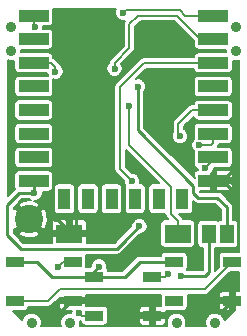
<source format=gtl>
G04 #@! TF.FileFunction,Copper,L1,Top,Signal*
%FSLAX46Y46*%
G04 Gerber Fmt 4.6, Leading zero omitted, Abs format (unit mm)*
G04 Created by KiCad (PCBNEW 4.0.7-e2-6376~58~ubuntu17.04.1) date Mon Dec 25 20:32:12 2017*
%MOMM*%
%LPD*%
G01*
G04 APERTURE LIST*
%ADD10C,0.100000*%
%ADD11R,1.168400X1.600200*%
%ADD12R,1.500000X0.900000*%
%ADD13R,2.180000X1.600000*%
%ADD14C,2.400000*%
%ADD15C,0.900000*%
%ADD16R,2.500000X1.000000*%
%ADD17R,1.000000X1.800000*%
%ADD18C,0.600000*%
%ADD19C,0.250000*%
%ADD20C,0.180000*%
G04 APERTURE END LIST*
D10*
D11*
X163488000Y-124500000D03*
X165012000Y-124500000D03*
D12*
X153800000Y-128100000D03*
X153800000Y-131400000D03*
X158700000Y-131400000D03*
X158700000Y-128100000D03*
X147050000Y-126850000D03*
X147050000Y-130150000D03*
X151950000Y-130150000D03*
X151950000Y-126850000D03*
X160550000Y-126850000D03*
X160550000Y-130150000D03*
X165450000Y-130150000D03*
X165450000Y-126850000D03*
D13*
X160850000Y-124450000D03*
X151650000Y-124450000D03*
D14*
X148250000Y-123250000D03*
D15*
X146750000Y-107000000D03*
X165750000Y-107000000D03*
X146750000Y-109000000D03*
X165750000Y-109000000D03*
X148500000Y-132000000D03*
X164000000Y-132000000D03*
X151750000Y-132000000D03*
X160750000Y-132000000D03*
D16*
X148650000Y-106000000D03*
X148650000Y-108000000D03*
X148650000Y-110000000D03*
X148650000Y-112000000D03*
X148650000Y-114000000D03*
X148650000Y-116000000D03*
X148650000Y-118000000D03*
X148650000Y-120000000D03*
D17*
X151250000Y-121500000D03*
X153250000Y-121500000D03*
X155250000Y-121500000D03*
X157250000Y-121500000D03*
X159250000Y-121500000D03*
X161250000Y-121500000D03*
D16*
X163850000Y-120000000D03*
X163850000Y-118000000D03*
X163850000Y-116000000D03*
X163850000Y-114000000D03*
X163850000Y-112000000D03*
X163850000Y-110000000D03*
X163850000Y-108000000D03*
X163850000Y-106000000D03*
D18*
X157607000Y-123825000D03*
X148717000Y-121031000D03*
X159131000Y-113919000D03*
X150495000Y-113030000D03*
X165862000Y-121158000D03*
X150622000Y-123190000D03*
X155448000Y-125095000D03*
X150622000Y-131318000D03*
X164536000Y-131064000D03*
X156718000Y-131064000D03*
X148750000Y-107000000D03*
X161163000Y-128016000D03*
X154178000Y-127254000D03*
X156250000Y-105750000D03*
X157480000Y-112014000D03*
X156718000Y-113665000D03*
X161036000Y-116205000D03*
X150749000Y-127254000D03*
X152527000Y-131191000D03*
X156972000Y-120015000D03*
X160020000Y-127889000D03*
X162687000Y-116967000D03*
X150495000Y-110744000D03*
X163195000Y-118872000D03*
X155500000Y-110500000D03*
D19*
X156273500Y-125158500D02*
X157607000Y-123825000D01*
X148717000Y-121031000D02*
X147447000Y-121031000D01*
X155702000Y-125730000D02*
X156273500Y-125158500D01*
X156273500Y-125158500D02*
X156337000Y-125095000D01*
X147574000Y-125730000D02*
X155702000Y-125730000D01*
X146431000Y-124587000D02*
X147574000Y-125730000D01*
X146431000Y-122047000D02*
X146431000Y-124587000D01*
X147447000Y-121031000D02*
X146431000Y-122047000D01*
X148650000Y-120000000D02*
X148650000Y-120964000D01*
X148650000Y-120964000D02*
X148717000Y-121031000D01*
X163850000Y-120000000D02*
X164607000Y-120000000D01*
X164607000Y-120000000D02*
X165862000Y-118745000D01*
X159131000Y-113919000D02*
X160020000Y-113030000D01*
X160020000Y-113030000D02*
X165227000Y-113030000D01*
X165227000Y-113030000D02*
X165862000Y-113665000D01*
X165862000Y-113665000D02*
X165862000Y-118745000D01*
X152273000Y-114808000D02*
X152273000Y-123827000D01*
X150495000Y-113030000D02*
X152273000Y-114808000D01*
X152273000Y-123827000D02*
X151650000Y-124450000D01*
X165862000Y-121158000D02*
X164704000Y-120000000D01*
X164704000Y-120000000D02*
X163850000Y-120000000D01*
X150622000Y-123190000D02*
X151650000Y-124218000D01*
X151650000Y-124218000D02*
X151650000Y-124450000D01*
X154803000Y-124450000D02*
X151650000Y-124450000D01*
X155448000Y-125095000D02*
X154803000Y-124450000D01*
X151950000Y-130150000D02*
X155804000Y-130150000D01*
X155804000Y-130150000D02*
X156718000Y-131064000D01*
X150622000Y-131318000D02*
X151790000Y-130150000D01*
X151790000Y-130150000D02*
X151950000Y-130150000D01*
X164564000Y-131036000D02*
X164536000Y-131064000D01*
X158700000Y-131400000D02*
X159684000Y-131400000D01*
X164564000Y-131036000D02*
X165450000Y-130150000D01*
X160020000Y-131064000D02*
X164536000Y-131064000D01*
X159684000Y-131400000D02*
X160020000Y-131064000D01*
X158700000Y-131400000D02*
X157054000Y-131400000D01*
X157054000Y-131400000D02*
X156718000Y-131064000D01*
X151950000Y-129852000D02*
X151950000Y-130150000D01*
D20*
X148650000Y-106000000D02*
X148650000Y-106900000D01*
X148650000Y-106900000D02*
X148750000Y-107000000D01*
D19*
X161163000Y-128016000D02*
X163195000Y-128016000D01*
X163488000Y-127723000D02*
X163488000Y-124500000D01*
X163195000Y-128016000D02*
X163488000Y-127723000D01*
X153800000Y-128100000D02*
X153800000Y-127632000D01*
X153800000Y-127632000D02*
X154178000Y-127254000D01*
X153800000Y-128100000D02*
X156380000Y-128100000D01*
X157630000Y-126850000D02*
X160550000Y-126850000D01*
X156380000Y-128100000D02*
X157630000Y-126850000D01*
X147050000Y-126850000D02*
X148948000Y-126850000D01*
X150198000Y-128100000D02*
X153800000Y-128100000D01*
X148948000Y-126850000D02*
X150198000Y-128100000D01*
D20*
X161500000Y-106000000D02*
X163850000Y-106000000D01*
X161000000Y-105500000D02*
X161500000Y-106000000D01*
X156500000Y-105500000D02*
X161000000Y-105500000D01*
X156250000Y-105750000D02*
X156500000Y-105500000D01*
D19*
X165012000Y-124500000D02*
X165012000Y-122213000D01*
X157480000Y-115697000D02*
X157480000Y-112014000D01*
X162179000Y-120396000D02*
X157480000Y-115697000D01*
X162179000Y-121031000D02*
X162179000Y-120396000D01*
X162560000Y-121412000D02*
X162179000Y-121031000D01*
X164211000Y-121412000D02*
X162560000Y-121412000D01*
X165012000Y-122213000D02*
X164211000Y-121412000D01*
D20*
X160850000Y-124450000D02*
X160850000Y-123385000D01*
X156718000Y-116967000D02*
X156718000Y-113665000D01*
X160274000Y-120523000D02*
X156718000Y-116967000D01*
X160274000Y-122809000D02*
X160274000Y-120523000D01*
X160850000Y-123385000D02*
X160274000Y-122809000D01*
X162098000Y-114000000D02*
X163850000Y-114000000D01*
X160909000Y-115189000D02*
X162098000Y-114000000D01*
X160909000Y-116078000D02*
X160909000Y-115189000D01*
X161036000Y-116205000D02*
X160909000Y-116078000D01*
X153800000Y-131400000D02*
X152736000Y-131400000D01*
X151153000Y-126850000D02*
X151950000Y-126850000D01*
X150749000Y-127254000D02*
X151153000Y-126850000D01*
X152736000Y-131400000D02*
X152527000Y-131191000D01*
X158700000Y-128100000D02*
X159809000Y-128100000D01*
X157970000Y-110000000D02*
X163850000Y-110000000D01*
X155956000Y-112014000D02*
X157970000Y-110000000D01*
X155956000Y-118999000D02*
X155956000Y-112014000D01*
X156972000Y-120015000D02*
X155956000Y-118999000D01*
X159809000Y-128100000D02*
X160020000Y-127889000D01*
X147050000Y-130150000D02*
X149885000Y-130150000D01*
X163141000Y-129159000D02*
X165450000Y-126850000D01*
X150876000Y-129159000D02*
X163141000Y-129159000D01*
X149885000Y-130150000D02*
X150876000Y-129159000D01*
X163850000Y-116820000D02*
X163850000Y-116000000D01*
X163703000Y-116967000D02*
X163850000Y-116820000D01*
X163449000Y-116967000D02*
X163703000Y-116967000D01*
X162687000Y-116967000D02*
X163449000Y-116967000D01*
X150132000Y-110000000D02*
X148650000Y-110000000D01*
X150495000Y-110363000D02*
X150132000Y-110000000D01*
X150495000Y-110744000D02*
X150495000Y-110363000D01*
X163195000Y-118872000D02*
X163850000Y-118217000D01*
X163850000Y-118217000D02*
X163850000Y-118000000D01*
X163850000Y-108000000D02*
X162750000Y-108000000D01*
X162750000Y-108000000D02*
X160750000Y-106000000D01*
X160750000Y-106000000D02*
X157500000Y-106000000D01*
X157500000Y-106000000D02*
X156750000Y-106750000D01*
X156750000Y-106750000D02*
X156750000Y-108750000D01*
X156750000Y-108750000D02*
X155500000Y-110000000D01*
X155500000Y-110000000D02*
X155500000Y-110500000D01*
G36*
X166035000Y-129310000D02*
X165757500Y-129310000D01*
X165660000Y-129407500D01*
X165660000Y-129940000D01*
X165680000Y-129940000D01*
X165680000Y-130360000D01*
X165660000Y-130360000D01*
X165660000Y-130892500D01*
X165679945Y-130912445D01*
X164816345Y-131776045D01*
X164712533Y-131524800D01*
X164476443Y-131288298D01*
X164167819Y-131160146D01*
X163833647Y-131159854D01*
X163524800Y-131287467D01*
X163288298Y-131523557D01*
X163160146Y-131832181D01*
X163159854Y-132166353D01*
X163208878Y-132285000D01*
X161541196Y-132285000D01*
X161589854Y-132167819D01*
X161590146Y-131833647D01*
X161462533Y-131524800D01*
X161226443Y-131288298D01*
X160917819Y-131160146D01*
X160583647Y-131159854D01*
X160274800Y-131287467D01*
X160038298Y-131523557D01*
X159910146Y-131832181D01*
X159909854Y-132166353D01*
X159958878Y-132285000D01*
X152541196Y-132285000D01*
X152589854Y-132167819D01*
X152590105Y-131881056D01*
X152658215Y-131881115D01*
X152679554Y-131994525D01*
X152764969Y-132127263D01*
X152895296Y-132216312D01*
X153050000Y-132247640D01*
X154550000Y-132247640D01*
X154694525Y-132220446D01*
X154827263Y-132135031D01*
X154916312Y-132004704D01*
X154947640Y-131850000D01*
X154947640Y-131707500D01*
X157560000Y-131707500D01*
X157560000Y-131927576D01*
X157619374Y-132070917D01*
X157729083Y-132180626D01*
X157872424Y-132240000D01*
X158392500Y-132240000D01*
X158490000Y-132142500D01*
X158490000Y-131610000D01*
X158910000Y-131610000D01*
X158910000Y-132142500D01*
X159007500Y-132240000D01*
X159527576Y-132240000D01*
X159670917Y-132180626D01*
X159780626Y-132070917D01*
X159840000Y-131927576D01*
X159840000Y-131707500D01*
X159742500Y-131610000D01*
X158910000Y-131610000D01*
X158490000Y-131610000D01*
X157657500Y-131610000D01*
X157560000Y-131707500D01*
X154947640Y-131707500D01*
X154947640Y-130950000D01*
X154933044Y-130872424D01*
X157560000Y-130872424D01*
X157560000Y-131092500D01*
X157657500Y-131190000D01*
X158490000Y-131190000D01*
X158490000Y-130657500D01*
X158392500Y-130560000D01*
X157872424Y-130560000D01*
X157729083Y-130619374D01*
X157619374Y-130729083D01*
X157560000Y-130872424D01*
X154933044Y-130872424D01*
X154920446Y-130805475D01*
X154835031Y-130672737D01*
X154704704Y-130583688D01*
X154550000Y-130552360D01*
X153090000Y-130552360D01*
X153090000Y-130457500D01*
X152992500Y-130360000D01*
X152160000Y-130360000D01*
X152160000Y-130380000D01*
X151740000Y-130380000D01*
X151740000Y-130360000D01*
X150907500Y-130360000D01*
X150810000Y-130457500D01*
X150810000Y-130677576D01*
X150869374Y-130820917D01*
X150979083Y-130930626D01*
X151122424Y-130990000D01*
X151642500Y-130990000D01*
X151739998Y-130892502D01*
X151739998Y-130990000D01*
X151863341Y-130990000D01*
X151837120Y-131053148D01*
X151837027Y-131160075D01*
X151583647Y-131159854D01*
X151274800Y-131287467D01*
X151038298Y-131523557D01*
X150910146Y-131832181D01*
X150909854Y-132166353D01*
X150958878Y-132285000D01*
X149291196Y-132285000D01*
X149339854Y-132167819D01*
X149340146Y-131833647D01*
X149212533Y-131524800D01*
X148976443Y-131288298D01*
X148667819Y-131160146D01*
X148333647Y-131159854D01*
X148024800Y-131287467D01*
X147788298Y-131523557D01*
X147683514Y-131775904D01*
X146905250Y-130997640D01*
X147800000Y-130997640D01*
X147944525Y-130970446D01*
X148077263Y-130885031D01*
X148166312Y-130754704D01*
X148191565Y-130630000D01*
X149885000Y-130630000D01*
X150068688Y-130593462D01*
X150224411Y-130489411D01*
X150840661Y-129873161D01*
X150907500Y-129940000D01*
X151740000Y-129940000D01*
X151740000Y-129920000D01*
X152160000Y-129920000D01*
X152160000Y-129940000D01*
X152992500Y-129940000D01*
X153090000Y-129842500D01*
X153090000Y-129639000D01*
X159414713Y-129639000D01*
X159402360Y-129700000D01*
X159402360Y-130560000D01*
X159007500Y-130560000D01*
X158910000Y-130657500D01*
X158910000Y-131190000D01*
X159742500Y-131190000D01*
X159840000Y-131092500D01*
X159840000Y-130997640D01*
X161300000Y-130997640D01*
X161444525Y-130970446D01*
X161577263Y-130885031D01*
X161666312Y-130754704D01*
X161697640Y-130600000D01*
X161697640Y-130457500D01*
X164310000Y-130457500D01*
X164310000Y-130677576D01*
X164369374Y-130820917D01*
X164479083Y-130930626D01*
X164622424Y-130990000D01*
X165142500Y-130990000D01*
X165240000Y-130892500D01*
X165240000Y-130360000D01*
X164407500Y-130360000D01*
X164310000Y-130457500D01*
X161697640Y-130457500D01*
X161697640Y-129700000D01*
X161686162Y-129639000D01*
X163141000Y-129639000D01*
X163224332Y-129622424D01*
X164310000Y-129622424D01*
X164310000Y-129842500D01*
X164407500Y-129940000D01*
X165240000Y-129940000D01*
X165240000Y-129407500D01*
X165142500Y-129310000D01*
X164622424Y-129310000D01*
X164479083Y-129369374D01*
X164369374Y-129479083D01*
X164310000Y-129622424D01*
X163224332Y-129622424D01*
X163324688Y-129602462D01*
X163480411Y-129498411D01*
X165281182Y-127697640D01*
X166035000Y-127697640D01*
X166035000Y-129310000D01*
X166035000Y-129310000D01*
G37*
X166035000Y-129310000D02*
X165757500Y-129310000D01*
X165660000Y-129407500D01*
X165660000Y-129940000D01*
X165680000Y-129940000D01*
X165680000Y-130360000D01*
X165660000Y-130360000D01*
X165660000Y-130892500D01*
X165679945Y-130912445D01*
X164816345Y-131776045D01*
X164712533Y-131524800D01*
X164476443Y-131288298D01*
X164167819Y-131160146D01*
X163833647Y-131159854D01*
X163524800Y-131287467D01*
X163288298Y-131523557D01*
X163160146Y-131832181D01*
X163159854Y-132166353D01*
X163208878Y-132285000D01*
X161541196Y-132285000D01*
X161589854Y-132167819D01*
X161590146Y-131833647D01*
X161462533Y-131524800D01*
X161226443Y-131288298D01*
X160917819Y-131160146D01*
X160583647Y-131159854D01*
X160274800Y-131287467D01*
X160038298Y-131523557D01*
X159910146Y-131832181D01*
X159909854Y-132166353D01*
X159958878Y-132285000D01*
X152541196Y-132285000D01*
X152589854Y-132167819D01*
X152590105Y-131881056D01*
X152658215Y-131881115D01*
X152679554Y-131994525D01*
X152764969Y-132127263D01*
X152895296Y-132216312D01*
X153050000Y-132247640D01*
X154550000Y-132247640D01*
X154694525Y-132220446D01*
X154827263Y-132135031D01*
X154916312Y-132004704D01*
X154947640Y-131850000D01*
X154947640Y-131707500D01*
X157560000Y-131707500D01*
X157560000Y-131927576D01*
X157619374Y-132070917D01*
X157729083Y-132180626D01*
X157872424Y-132240000D01*
X158392500Y-132240000D01*
X158490000Y-132142500D01*
X158490000Y-131610000D01*
X158910000Y-131610000D01*
X158910000Y-132142500D01*
X159007500Y-132240000D01*
X159527576Y-132240000D01*
X159670917Y-132180626D01*
X159780626Y-132070917D01*
X159840000Y-131927576D01*
X159840000Y-131707500D01*
X159742500Y-131610000D01*
X158910000Y-131610000D01*
X158490000Y-131610000D01*
X157657500Y-131610000D01*
X157560000Y-131707500D01*
X154947640Y-131707500D01*
X154947640Y-130950000D01*
X154933044Y-130872424D01*
X157560000Y-130872424D01*
X157560000Y-131092500D01*
X157657500Y-131190000D01*
X158490000Y-131190000D01*
X158490000Y-130657500D01*
X158392500Y-130560000D01*
X157872424Y-130560000D01*
X157729083Y-130619374D01*
X157619374Y-130729083D01*
X157560000Y-130872424D01*
X154933044Y-130872424D01*
X154920446Y-130805475D01*
X154835031Y-130672737D01*
X154704704Y-130583688D01*
X154550000Y-130552360D01*
X153090000Y-130552360D01*
X153090000Y-130457500D01*
X152992500Y-130360000D01*
X152160000Y-130360000D01*
X152160000Y-130380000D01*
X151740000Y-130380000D01*
X151740000Y-130360000D01*
X150907500Y-130360000D01*
X150810000Y-130457500D01*
X150810000Y-130677576D01*
X150869374Y-130820917D01*
X150979083Y-130930626D01*
X151122424Y-130990000D01*
X151642500Y-130990000D01*
X151739998Y-130892502D01*
X151739998Y-130990000D01*
X151863341Y-130990000D01*
X151837120Y-131053148D01*
X151837027Y-131160075D01*
X151583647Y-131159854D01*
X151274800Y-131287467D01*
X151038298Y-131523557D01*
X150910146Y-131832181D01*
X150909854Y-132166353D01*
X150958878Y-132285000D01*
X149291196Y-132285000D01*
X149339854Y-132167819D01*
X149340146Y-131833647D01*
X149212533Y-131524800D01*
X148976443Y-131288298D01*
X148667819Y-131160146D01*
X148333647Y-131159854D01*
X148024800Y-131287467D01*
X147788298Y-131523557D01*
X147683514Y-131775904D01*
X146905250Y-130997640D01*
X147800000Y-130997640D01*
X147944525Y-130970446D01*
X148077263Y-130885031D01*
X148166312Y-130754704D01*
X148191565Y-130630000D01*
X149885000Y-130630000D01*
X150068688Y-130593462D01*
X150224411Y-130489411D01*
X150840661Y-129873161D01*
X150907500Y-129940000D01*
X151740000Y-129940000D01*
X151740000Y-129920000D01*
X152160000Y-129920000D01*
X152160000Y-129940000D01*
X152992500Y-129940000D01*
X153090000Y-129842500D01*
X153090000Y-129639000D01*
X159414713Y-129639000D01*
X159402360Y-129700000D01*
X159402360Y-130560000D01*
X159007500Y-130560000D01*
X158910000Y-130657500D01*
X158910000Y-131190000D01*
X159742500Y-131190000D01*
X159840000Y-131092500D01*
X159840000Y-130997640D01*
X161300000Y-130997640D01*
X161444525Y-130970446D01*
X161577263Y-130885031D01*
X161666312Y-130754704D01*
X161697640Y-130600000D01*
X161697640Y-130457500D01*
X164310000Y-130457500D01*
X164310000Y-130677576D01*
X164369374Y-130820917D01*
X164479083Y-130930626D01*
X164622424Y-130990000D01*
X165142500Y-130990000D01*
X165240000Y-130892500D01*
X165240000Y-130360000D01*
X164407500Y-130360000D01*
X164310000Y-130457500D01*
X161697640Y-130457500D01*
X161697640Y-129700000D01*
X161686162Y-129639000D01*
X163141000Y-129639000D01*
X163224332Y-129622424D01*
X164310000Y-129622424D01*
X164310000Y-129842500D01*
X164407500Y-129940000D01*
X165240000Y-129940000D01*
X165240000Y-129407500D01*
X165142500Y-129310000D01*
X164622424Y-129310000D01*
X164479083Y-129369374D01*
X164369374Y-129479083D01*
X164310000Y-129622424D01*
X163224332Y-129622424D01*
X163324688Y-129602462D01*
X163480411Y-129498411D01*
X165281182Y-127697640D01*
X166035000Y-127697640D01*
X166035000Y-129310000D01*
G36*
X166035000Y-126002360D02*
X164700000Y-126002360D01*
X164555475Y-126029554D01*
X164422737Y-126114969D01*
X164333688Y-126245296D01*
X164302360Y-126400000D01*
X164302360Y-127300000D01*
X164305340Y-127315838D01*
X164003000Y-127618178D01*
X164003000Y-125697740D01*
X164072200Y-125697740D01*
X164216725Y-125670546D01*
X164248872Y-125649860D01*
X164273096Y-125666412D01*
X164427800Y-125697740D01*
X165596200Y-125697740D01*
X165740725Y-125670546D01*
X165873463Y-125585131D01*
X165962512Y-125454804D01*
X165993840Y-125300100D01*
X165993840Y-123699900D01*
X165966646Y-123555375D01*
X165881231Y-123422637D01*
X165750904Y-123333588D01*
X165596200Y-123302260D01*
X165527000Y-123302260D01*
X165527000Y-122213000D01*
X165487798Y-122015918D01*
X165376160Y-121848840D01*
X164575160Y-121047840D01*
X164408082Y-120936202D01*
X164211000Y-120897000D01*
X162773320Y-120897000D01*
X162766320Y-120890000D01*
X163542500Y-120890000D01*
X163640000Y-120792500D01*
X163640000Y-120210000D01*
X164060000Y-120210000D01*
X164060000Y-120792500D01*
X164157500Y-120890000D01*
X165177576Y-120890000D01*
X165320917Y-120830626D01*
X165430626Y-120720917D01*
X165490000Y-120577576D01*
X165490000Y-120307500D01*
X165392500Y-120210000D01*
X164060000Y-120210000D01*
X163640000Y-120210000D01*
X163620000Y-120210000D01*
X163620000Y-119790000D01*
X163640000Y-119790000D01*
X163640000Y-119402733D01*
X163779613Y-119263364D01*
X163802809Y-119207500D01*
X164060000Y-119207500D01*
X164060000Y-119790000D01*
X165392500Y-119790000D01*
X165490000Y-119692500D01*
X165490000Y-119422424D01*
X165430626Y-119279083D01*
X165320917Y-119169374D01*
X165177576Y-119110000D01*
X164157500Y-119110000D01*
X164060000Y-119207500D01*
X163802809Y-119207500D01*
X163884880Y-119009852D01*
X163884978Y-118897640D01*
X165100000Y-118897640D01*
X165244525Y-118870446D01*
X165377263Y-118785031D01*
X165466312Y-118654704D01*
X165497640Y-118500000D01*
X165497640Y-117500000D01*
X165470446Y-117355475D01*
X165385031Y-117222737D01*
X165254704Y-117133688D01*
X165100000Y-117102360D01*
X164227532Y-117102360D01*
X164293462Y-117003688D01*
X164314556Y-116897640D01*
X165100000Y-116897640D01*
X165244525Y-116870446D01*
X165377263Y-116785031D01*
X165466312Y-116654704D01*
X165497640Y-116500000D01*
X165497640Y-115500000D01*
X165470446Y-115355475D01*
X165385031Y-115222737D01*
X165254704Y-115133688D01*
X165100000Y-115102360D01*
X162600000Y-115102360D01*
X162455475Y-115129554D01*
X162322737Y-115214969D01*
X162233688Y-115345296D01*
X162202360Y-115500000D01*
X162202360Y-116475837D01*
X162102387Y-116575636D01*
X161997120Y-116829148D01*
X161996880Y-117103647D01*
X162101705Y-117357343D01*
X162209401Y-117465228D01*
X162202360Y-117500000D01*
X162202360Y-118500000D01*
X162229554Y-118644525D01*
X162314969Y-118777263D01*
X162445296Y-118866312D01*
X162504994Y-118878401D01*
X162504880Y-119008647D01*
X162546758Y-119110000D01*
X162522424Y-119110000D01*
X162379083Y-119169374D01*
X162269374Y-119279083D01*
X162210000Y-119422424D01*
X162210000Y-119692500D01*
X162307498Y-119789998D01*
X162301318Y-119789998D01*
X158852967Y-116341647D01*
X160345880Y-116341647D01*
X160450705Y-116595343D01*
X160644636Y-116789613D01*
X160898148Y-116894880D01*
X161172647Y-116895120D01*
X161426343Y-116790295D01*
X161620613Y-116596364D01*
X161725880Y-116342852D01*
X161726120Y-116068353D01*
X161621295Y-115814657D01*
X161427364Y-115620387D01*
X161389000Y-115604457D01*
X161389000Y-115387822D01*
X162214152Y-114562670D01*
X162229554Y-114644525D01*
X162314969Y-114777263D01*
X162445296Y-114866312D01*
X162600000Y-114897640D01*
X165100000Y-114897640D01*
X165244525Y-114870446D01*
X165377263Y-114785031D01*
X165466312Y-114654704D01*
X165497640Y-114500000D01*
X165497640Y-113500000D01*
X165470446Y-113355475D01*
X165385031Y-113222737D01*
X165254704Y-113133688D01*
X165100000Y-113102360D01*
X162600000Y-113102360D01*
X162455475Y-113129554D01*
X162322737Y-113214969D01*
X162233688Y-113345296D01*
X162202360Y-113500000D01*
X162202360Y-113520000D01*
X162098000Y-113520000D01*
X161914312Y-113556538D01*
X161758589Y-113660589D01*
X160569589Y-114849589D01*
X160465538Y-115005312D01*
X160429000Y-115189000D01*
X160429000Y-115867550D01*
X160346120Y-116067148D01*
X160345880Y-116341647D01*
X158852967Y-116341647D01*
X157995000Y-115483680D01*
X157995000Y-112474856D01*
X158064613Y-112405364D01*
X158169880Y-112151852D01*
X158170120Y-111877353D01*
X158065295Y-111623657D01*
X157941854Y-111500000D01*
X162202360Y-111500000D01*
X162202360Y-112500000D01*
X162229554Y-112644525D01*
X162314969Y-112777263D01*
X162445296Y-112866312D01*
X162600000Y-112897640D01*
X165100000Y-112897640D01*
X165244525Y-112870446D01*
X165377263Y-112785031D01*
X165466312Y-112654704D01*
X165497640Y-112500000D01*
X165497640Y-111500000D01*
X165470446Y-111355475D01*
X165385031Y-111222737D01*
X165254704Y-111133688D01*
X165100000Y-111102360D01*
X162600000Y-111102360D01*
X162455475Y-111129554D01*
X162322737Y-111214969D01*
X162233688Y-111345296D01*
X162202360Y-111500000D01*
X157941854Y-111500000D01*
X157871364Y-111429387D01*
X157617852Y-111324120D01*
X157343353Y-111323880D01*
X157311978Y-111336844D01*
X158168822Y-110480000D01*
X162202360Y-110480000D01*
X162202360Y-110500000D01*
X162229554Y-110644525D01*
X162314969Y-110777263D01*
X162445296Y-110866312D01*
X162600000Y-110897640D01*
X165100000Y-110897640D01*
X165244525Y-110870446D01*
X165377263Y-110785031D01*
X165466312Y-110654704D01*
X165497640Y-110500000D01*
X165497640Y-109804749D01*
X165582181Y-109839854D01*
X165916353Y-109840146D01*
X166035000Y-109791122D01*
X166035000Y-126002360D01*
X166035000Y-126002360D01*
G37*
X166035000Y-126002360D02*
X164700000Y-126002360D01*
X164555475Y-126029554D01*
X164422737Y-126114969D01*
X164333688Y-126245296D01*
X164302360Y-126400000D01*
X164302360Y-127300000D01*
X164305340Y-127315838D01*
X164003000Y-127618178D01*
X164003000Y-125697740D01*
X164072200Y-125697740D01*
X164216725Y-125670546D01*
X164248872Y-125649860D01*
X164273096Y-125666412D01*
X164427800Y-125697740D01*
X165596200Y-125697740D01*
X165740725Y-125670546D01*
X165873463Y-125585131D01*
X165962512Y-125454804D01*
X165993840Y-125300100D01*
X165993840Y-123699900D01*
X165966646Y-123555375D01*
X165881231Y-123422637D01*
X165750904Y-123333588D01*
X165596200Y-123302260D01*
X165527000Y-123302260D01*
X165527000Y-122213000D01*
X165487798Y-122015918D01*
X165376160Y-121848840D01*
X164575160Y-121047840D01*
X164408082Y-120936202D01*
X164211000Y-120897000D01*
X162773320Y-120897000D01*
X162766320Y-120890000D01*
X163542500Y-120890000D01*
X163640000Y-120792500D01*
X163640000Y-120210000D01*
X164060000Y-120210000D01*
X164060000Y-120792500D01*
X164157500Y-120890000D01*
X165177576Y-120890000D01*
X165320917Y-120830626D01*
X165430626Y-120720917D01*
X165490000Y-120577576D01*
X165490000Y-120307500D01*
X165392500Y-120210000D01*
X164060000Y-120210000D01*
X163640000Y-120210000D01*
X163620000Y-120210000D01*
X163620000Y-119790000D01*
X163640000Y-119790000D01*
X163640000Y-119402733D01*
X163779613Y-119263364D01*
X163802809Y-119207500D01*
X164060000Y-119207500D01*
X164060000Y-119790000D01*
X165392500Y-119790000D01*
X165490000Y-119692500D01*
X165490000Y-119422424D01*
X165430626Y-119279083D01*
X165320917Y-119169374D01*
X165177576Y-119110000D01*
X164157500Y-119110000D01*
X164060000Y-119207500D01*
X163802809Y-119207500D01*
X163884880Y-119009852D01*
X163884978Y-118897640D01*
X165100000Y-118897640D01*
X165244525Y-118870446D01*
X165377263Y-118785031D01*
X165466312Y-118654704D01*
X165497640Y-118500000D01*
X165497640Y-117500000D01*
X165470446Y-117355475D01*
X165385031Y-117222737D01*
X165254704Y-117133688D01*
X165100000Y-117102360D01*
X164227532Y-117102360D01*
X164293462Y-117003688D01*
X164314556Y-116897640D01*
X165100000Y-116897640D01*
X165244525Y-116870446D01*
X165377263Y-116785031D01*
X165466312Y-116654704D01*
X165497640Y-116500000D01*
X165497640Y-115500000D01*
X165470446Y-115355475D01*
X165385031Y-115222737D01*
X165254704Y-115133688D01*
X165100000Y-115102360D01*
X162600000Y-115102360D01*
X162455475Y-115129554D01*
X162322737Y-115214969D01*
X162233688Y-115345296D01*
X162202360Y-115500000D01*
X162202360Y-116475837D01*
X162102387Y-116575636D01*
X161997120Y-116829148D01*
X161996880Y-117103647D01*
X162101705Y-117357343D01*
X162209401Y-117465228D01*
X162202360Y-117500000D01*
X162202360Y-118500000D01*
X162229554Y-118644525D01*
X162314969Y-118777263D01*
X162445296Y-118866312D01*
X162504994Y-118878401D01*
X162504880Y-119008647D01*
X162546758Y-119110000D01*
X162522424Y-119110000D01*
X162379083Y-119169374D01*
X162269374Y-119279083D01*
X162210000Y-119422424D01*
X162210000Y-119692500D01*
X162307498Y-119789998D01*
X162301318Y-119789998D01*
X158852967Y-116341647D01*
X160345880Y-116341647D01*
X160450705Y-116595343D01*
X160644636Y-116789613D01*
X160898148Y-116894880D01*
X161172647Y-116895120D01*
X161426343Y-116790295D01*
X161620613Y-116596364D01*
X161725880Y-116342852D01*
X161726120Y-116068353D01*
X161621295Y-115814657D01*
X161427364Y-115620387D01*
X161389000Y-115604457D01*
X161389000Y-115387822D01*
X162214152Y-114562670D01*
X162229554Y-114644525D01*
X162314969Y-114777263D01*
X162445296Y-114866312D01*
X162600000Y-114897640D01*
X165100000Y-114897640D01*
X165244525Y-114870446D01*
X165377263Y-114785031D01*
X165466312Y-114654704D01*
X165497640Y-114500000D01*
X165497640Y-113500000D01*
X165470446Y-113355475D01*
X165385031Y-113222737D01*
X165254704Y-113133688D01*
X165100000Y-113102360D01*
X162600000Y-113102360D01*
X162455475Y-113129554D01*
X162322737Y-113214969D01*
X162233688Y-113345296D01*
X162202360Y-113500000D01*
X162202360Y-113520000D01*
X162098000Y-113520000D01*
X161914312Y-113556538D01*
X161758589Y-113660589D01*
X160569589Y-114849589D01*
X160465538Y-115005312D01*
X160429000Y-115189000D01*
X160429000Y-115867550D01*
X160346120Y-116067148D01*
X160345880Y-116341647D01*
X158852967Y-116341647D01*
X157995000Y-115483680D01*
X157995000Y-112474856D01*
X158064613Y-112405364D01*
X158169880Y-112151852D01*
X158170120Y-111877353D01*
X158065295Y-111623657D01*
X157941854Y-111500000D01*
X162202360Y-111500000D01*
X162202360Y-112500000D01*
X162229554Y-112644525D01*
X162314969Y-112777263D01*
X162445296Y-112866312D01*
X162600000Y-112897640D01*
X165100000Y-112897640D01*
X165244525Y-112870446D01*
X165377263Y-112785031D01*
X165466312Y-112654704D01*
X165497640Y-112500000D01*
X165497640Y-111500000D01*
X165470446Y-111355475D01*
X165385031Y-111222737D01*
X165254704Y-111133688D01*
X165100000Y-111102360D01*
X162600000Y-111102360D01*
X162455475Y-111129554D01*
X162322737Y-111214969D01*
X162233688Y-111345296D01*
X162202360Y-111500000D01*
X157941854Y-111500000D01*
X157871364Y-111429387D01*
X157617852Y-111324120D01*
X157343353Y-111323880D01*
X157311978Y-111336844D01*
X158168822Y-110480000D01*
X162202360Y-110480000D01*
X162202360Y-110500000D01*
X162229554Y-110644525D01*
X162314969Y-110777263D01*
X162445296Y-110866312D01*
X162600000Y-110897640D01*
X165100000Y-110897640D01*
X165244525Y-110870446D01*
X165377263Y-110785031D01*
X165466312Y-110654704D01*
X165497640Y-110500000D01*
X165497640Y-109804749D01*
X165582181Y-109839854D01*
X165916353Y-109840146D01*
X166035000Y-109791122D01*
X166035000Y-126002360D01*
G36*
X155560120Y-105612148D02*
X155559880Y-105886647D01*
X155664705Y-106140343D01*
X155858636Y-106334613D01*
X156112148Y-106439880D01*
X156386647Y-106440120D01*
X156392463Y-106437717D01*
X156306538Y-106566312D01*
X156270000Y-106750000D01*
X156270000Y-108551178D01*
X155160589Y-109660589D01*
X155056538Y-109816312D01*
X155020000Y-110000000D01*
X155020000Y-110004206D01*
X154915387Y-110108636D01*
X154810120Y-110362148D01*
X154809880Y-110636647D01*
X154914705Y-110890343D01*
X155108636Y-111084613D01*
X155362148Y-111189880D01*
X155636647Y-111190120D01*
X155890343Y-111085295D01*
X156084613Y-110891364D01*
X156189880Y-110637852D01*
X156190120Y-110363353D01*
X156085295Y-110109657D01*
X156077237Y-110101585D01*
X157089411Y-109089411D01*
X157193462Y-108933688D01*
X157230000Y-108750000D01*
X157230000Y-106948822D01*
X157698822Y-106480000D01*
X160551178Y-106480000D01*
X162202360Y-108131182D01*
X162202360Y-108500000D01*
X162229554Y-108644525D01*
X162314969Y-108777263D01*
X162445296Y-108866312D01*
X162600000Y-108897640D01*
X164910089Y-108897640D01*
X164909910Y-109102360D01*
X162600000Y-109102360D01*
X162455475Y-109129554D01*
X162322737Y-109214969D01*
X162233688Y-109345296D01*
X162202360Y-109500000D01*
X162202360Y-109520000D01*
X157970000Y-109520000D01*
X157786312Y-109556538D01*
X157630589Y-109660589D01*
X155616589Y-111674589D01*
X155512538Y-111830312D01*
X155476000Y-112014000D01*
X155476000Y-118999000D01*
X155512538Y-119182688D01*
X155616589Y-119338411D01*
X156282009Y-120003831D01*
X156281880Y-120151647D01*
X156386705Y-120405343D01*
X156401120Y-120419783D01*
X156383688Y-120445296D01*
X156352360Y-120600000D01*
X156352360Y-122400000D01*
X156379554Y-122544525D01*
X156464969Y-122677263D01*
X156595296Y-122766312D01*
X156750000Y-122797640D01*
X157750000Y-122797640D01*
X157894525Y-122770446D01*
X158027263Y-122685031D01*
X158116312Y-122554704D01*
X158147640Y-122400000D01*
X158147640Y-120600000D01*
X158120446Y-120455475D01*
X158035031Y-120322737D01*
X157904704Y-120233688D01*
X157750000Y-120202360D01*
X157641323Y-120202360D01*
X157661880Y-120152852D01*
X157662120Y-119878353D01*
X157557295Y-119624657D01*
X157363364Y-119430387D01*
X157109852Y-119325120D01*
X156960812Y-119324990D01*
X156436000Y-118800178D01*
X156436000Y-117363822D01*
X159274537Y-120202360D01*
X158750000Y-120202360D01*
X158605475Y-120229554D01*
X158472737Y-120314969D01*
X158383688Y-120445296D01*
X158352360Y-120600000D01*
X158352360Y-122400000D01*
X158379554Y-122544525D01*
X158464969Y-122677263D01*
X158595296Y-122766312D01*
X158750000Y-122797640D01*
X159750000Y-122797640D01*
X159794000Y-122789361D01*
X159794000Y-122809000D01*
X159830538Y-122992688D01*
X159934589Y-123148411D01*
X160038538Y-123252360D01*
X159760000Y-123252360D01*
X159615475Y-123279554D01*
X159482737Y-123364969D01*
X159393688Y-123495296D01*
X159362360Y-123650000D01*
X159362360Y-125250000D01*
X159389554Y-125394525D01*
X159474969Y-125527263D01*
X159605296Y-125616312D01*
X159760000Y-125647640D01*
X161940000Y-125647640D01*
X162084525Y-125620446D01*
X162217263Y-125535031D01*
X162306312Y-125404704D01*
X162337640Y-125250000D01*
X162337640Y-123650000D01*
X162310446Y-123505475D01*
X162225031Y-123372737D01*
X162094704Y-123283688D01*
X161940000Y-123252360D01*
X161303616Y-123252360D01*
X161293462Y-123201312D01*
X161189411Y-123045589D01*
X160941462Y-122797640D01*
X161750000Y-122797640D01*
X161894525Y-122770446D01*
X162027263Y-122685031D01*
X162116312Y-122554704D01*
X162147640Y-122400000D01*
X162147640Y-121727960D01*
X162195840Y-121776160D01*
X162362918Y-121887798D01*
X162560000Y-121927000D01*
X163997680Y-121927000D01*
X164497000Y-122426320D01*
X164497000Y-123302260D01*
X164427800Y-123302260D01*
X164283275Y-123329454D01*
X164251128Y-123350140D01*
X164226904Y-123333588D01*
X164072200Y-123302260D01*
X162903800Y-123302260D01*
X162759275Y-123329454D01*
X162626537Y-123414869D01*
X162537488Y-123545196D01*
X162506160Y-123699900D01*
X162506160Y-125300100D01*
X162533354Y-125444625D01*
X162618769Y-125577363D01*
X162749096Y-125666412D01*
X162903800Y-125697740D01*
X162973000Y-125697740D01*
X162973000Y-127501000D01*
X161634679Y-127501000D01*
X161666312Y-127454704D01*
X161697640Y-127300000D01*
X161697640Y-126400000D01*
X161670446Y-126255475D01*
X161585031Y-126122737D01*
X161454704Y-126033688D01*
X161300000Y-126002360D01*
X159800000Y-126002360D01*
X159655475Y-126029554D01*
X159522737Y-126114969D01*
X159433688Y-126245296D01*
X159415523Y-126335000D01*
X157630000Y-126335000D01*
X157432918Y-126374202D01*
X157265840Y-126485840D01*
X156166680Y-127585000D01*
X154935410Y-127585000D01*
X154920446Y-127505475D01*
X154859821Y-127411261D01*
X154867880Y-127391852D01*
X154868120Y-127117353D01*
X154763295Y-126863657D01*
X154569364Y-126669387D01*
X154315852Y-126564120D01*
X154041353Y-126563880D01*
X153787657Y-126668705D01*
X153593387Y-126862636D01*
X153488120Y-127116148D01*
X153488033Y-127215647D01*
X153451320Y-127252360D01*
X153097640Y-127252360D01*
X153097640Y-126400000D01*
X153070446Y-126255475D01*
X153063705Y-126245000D01*
X155702000Y-126245000D01*
X155899082Y-126205798D01*
X156066160Y-126094160D01*
X157645286Y-124515034D01*
X157743647Y-124515120D01*
X157997343Y-124410295D01*
X158191613Y-124216364D01*
X158296880Y-123962852D01*
X158297120Y-123688353D01*
X158192295Y-123434657D01*
X157998364Y-123240387D01*
X157744852Y-123135120D01*
X157470353Y-123134880D01*
X157216657Y-123239705D01*
X157022387Y-123433636D01*
X156917120Y-123687148D01*
X156917033Y-123786647D01*
X155488680Y-125215000D01*
X153130000Y-125215000D01*
X153130000Y-124757500D01*
X153032500Y-124660000D01*
X151860000Y-124660000D01*
X151860000Y-124680000D01*
X151440000Y-124680000D01*
X151440000Y-124660000D01*
X150267500Y-124660000D01*
X150170000Y-124757500D01*
X150170000Y-125215000D01*
X147787320Y-125215000D01*
X147037914Y-124465594D01*
X147331391Y-124465594D01*
X147475034Y-124673923D01*
X148078937Y-124862100D01*
X148708882Y-124804849D01*
X149024966Y-124673923D01*
X149168609Y-124465594D01*
X148250000Y-123546985D01*
X147331391Y-124465594D01*
X147037914Y-124465594D01*
X146946000Y-124373680D01*
X146946000Y-124107653D01*
X147034406Y-124168609D01*
X147953015Y-123250000D01*
X148546985Y-123250000D01*
X149465594Y-124168609D01*
X149673923Y-124024966D01*
X149814935Y-123572424D01*
X150170000Y-123572424D01*
X150170000Y-124142500D01*
X150267500Y-124240000D01*
X151440000Y-124240000D01*
X151440000Y-123357500D01*
X151860000Y-123357500D01*
X151860000Y-124240000D01*
X153032500Y-124240000D01*
X153130000Y-124142500D01*
X153130000Y-123572424D01*
X153070626Y-123429083D01*
X152960917Y-123319374D01*
X152817576Y-123260000D01*
X151957500Y-123260000D01*
X151860000Y-123357500D01*
X151440000Y-123357500D01*
X151342500Y-123260000D01*
X150482424Y-123260000D01*
X150339083Y-123319374D01*
X150229374Y-123429083D01*
X150170000Y-123572424D01*
X149814935Y-123572424D01*
X149862100Y-123421063D01*
X149804849Y-122791118D01*
X149673923Y-122475034D01*
X149465594Y-122331391D01*
X148546985Y-123250000D01*
X147953015Y-123250000D01*
X147034406Y-122331391D01*
X146946000Y-122392347D01*
X146946000Y-122260320D01*
X147660320Y-121546000D01*
X148256144Y-121546000D01*
X148325636Y-121615613D01*
X148386807Y-121641013D01*
X147791118Y-121695151D01*
X147475034Y-121826077D01*
X147331391Y-122034406D01*
X148250000Y-122953015D01*
X149168609Y-122034406D01*
X149024966Y-121826077D01*
X148687669Y-121720975D01*
X148853647Y-121721120D01*
X149107343Y-121616295D01*
X149301613Y-121422364D01*
X149406880Y-121168852D01*
X149407117Y-120897640D01*
X149900000Y-120897640D01*
X150044525Y-120870446D01*
X150177263Y-120785031D01*
X150266312Y-120654704D01*
X150277389Y-120600000D01*
X150352360Y-120600000D01*
X150352360Y-122400000D01*
X150379554Y-122544525D01*
X150464969Y-122677263D01*
X150595296Y-122766312D01*
X150750000Y-122797640D01*
X151750000Y-122797640D01*
X151894525Y-122770446D01*
X152027263Y-122685031D01*
X152116312Y-122554704D01*
X152147640Y-122400000D01*
X152147640Y-120600000D01*
X152352360Y-120600000D01*
X152352360Y-122400000D01*
X152379554Y-122544525D01*
X152464969Y-122677263D01*
X152595296Y-122766312D01*
X152750000Y-122797640D01*
X153750000Y-122797640D01*
X153894525Y-122770446D01*
X154027263Y-122685031D01*
X154116312Y-122554704D01*
X154147640Y-122400000D01*
X154147640Y-120600000D01*
X154352360Y-120600000D01*
X154352360Y-122400000D01*
X154379554Y-122544525D01*
X154464969Y-122677263D01*
X154595296Y-122766312D01*
X154750000Y-122797640D01*
X155750000Y-122797640D01*
X155894525Y-122770446D01*
X156027263Y-122685031D01*
X156116312Y-122554704D01*
X156147640Y-122400000D01*
X156147640Y-120600000D01*
X156120446Y-120455475D01*
X156035031Y-120322737D01*
X155904704Y-120233688D01*
X155750000Y-120202360D01*
X154750000Y-120202360D01*
X154605475Y-120229554D01*
X154472737Y-120314969D01*
X154383688Y-120445296D01*
X154352360Y-120600000D01*
X154147640Y-120600000D01*
X154120446Y-120455475D01*
X154035031Y-120322737D01*
X153904704Y-120233688D01*
X153750000Y-120202360D01*
X152750000Y-120202360D01*
X152605475Y-120229554D01*
X152472737Y-120314969D01*
X152383688Y-120445296D01*
X152352360Y-120600000D01*
X152147640Y-120600000D01*
X152120446Y-120455475D01*
X152035031Y-120322737D01*
X151904704Y-120233688D01*
X151750000Y-120202360D01*
X150750000Y-120202360D01*
X150605475Y-120229554D01*
X150472737Y-120314969D01*
X150383688Y-120445296D01*
X150352360Y-120600000D01*
X150277389Y-120600000D01*
X150297640Y-120500000D01*
X150297640Y-119500000D01*
X150270446Y-119355475D01*
X150185031Y-119222737D01*
X150054704Y-119133688D01*
X149900000Y-119102360D01*
X147400000Y-119102360D01*
X147255475Y-119129554D01*
X147122737Y-119214969D01*
X147033688Y-119345296D01*
X147002360Y-119500000D01*
X147002360Y-120500000D01*
X147029554Y-120644525D01*
X147059155Y-120690525D01*
X146465000Y-121284680D01*
X146465000Y-117500000D01*
X147002360Y-117500000D01*
X147002360Y-118500000D01*
X147029554Y-118644525D01*
X147114969Y-118777263D01*
X147245296Y-118866312D01*
X147400000Y-118897640D01*
X149900000Y-118897640D01*
X150044525Y-118870446D01*
X150177263Y-118785031D01*
X150266312Y-118654704D01*
X150297640Y-118500000D01*
X150297640Y-117500000D01*
X150270446Y-117355475D01*
X150185031Y-117222737D01*
X150054704Y-117133688D01*
X149900000Y-117102360D01*
X147400000Y-117102360D01*
X147255475Y-117129554D01*
X147122737Y-117214969D01*
X147033688Y-117345296D01*
X147002360Y-117500000D01*
X146465000Y-117500000D01*
X146465000Y-115500000D01*
X147002360Y-115500000D01*
X147002360Y-116500000D01*
X147029554Y-116644525D01*
X147114969Y-116777263D01*
X147245296Y-116866312D01*
X147400000Y-116897640D01*
X149900000Y-116897640D01*
X150044525Y-116870446D01*
X150177263Y-116785031D01*
X150266312Y-116654704D01*
X150297640Y-116500000D01*
X150297640Y-115500000D01*
X150270446Y-115355475D01*
X150185031Y-115222737D01*
X150054704Y-115133688D01*
X149900000Y-115102360D01*
X147400000Y-115102360D01*
X147255475Y-115129554D01*
X147122737Y-115214969D01*
X147033688Y-115345296D01*
X147002360Y-115500000D01*
X146465000Y-115500000D01*
X146465000Y-113500000D01*
X147002360Y-113500000D01*
X147002360Y-114500000D01*
X147029554Y-114644525D01*
X147114969Y-114777263D01*
X147245296Y-114866312D01*
X147400000Y-114897640D01*
X149900000Y-114897640D01*
X150044525Y-114870446D01*
X150177263Y-114785031D01*
X150266312Y-114654704D01*
X150297640Y-114500000D01*
X150297640Y-113500000D01*
X150270446Y-113355475D01*
X150185031Y-113222737D01*
X150054704Y-113133688D01*
X149900000Y-113102360D01*
X147400000Y-113102360D01*
X147255475Y-113129554D01*
X147122737Y-113214969D01*
X147033688Y-113345296D01*
X147002360Y-113500000D01*
X146465000Y-113500000D01*
X146465000Y-109791196D01*
X146582181Y-109839854D01*
X146916353Y-109840146D01*
X147002360Y-109804609D01*
X147002360Y-110500000D01*
X147029554Y-110644525D01*
X147114969Y-110777263D01*
X147245296Y-110866312D01*
X147400000Y-110897640D01*
X149811901Y-110897640D01*
X149896490Y-111102360D01*
X147400000Y-111102360D01*
X147255475Y-111129554D01*
X147122737Y-111214969D01*
X147033688Y-111345296D01*
X147002360Y-111500000D01*
X147002360Y-112500000D01*
X147029554Y-112644525D01*
X147114969Y-112777263D01*
X147245296Y-112866312D01*
X147400000Y-112897640D01*
X149900000Y-112897640D01*
X150044525Y-112870446D01*
X150177263Y-112785031D01*
X150266312Y-112654704D01*
X150297640Y-112500000D01*
X150297640Y-111500000D01*
X150279101Y-111401472D01*
X150357148Y-111433880D01*
X150631647Y-111434120D01*
X150885343Y-111329295D01*
X151079613Y-111135364D01*
X151184880Y-110881852D01*
X151185120Y-110607353D01*
X151080295Y-110353657D01*
X150946477Y-110219605D01*
X150938462Y-110179312D01*
X150891238Y-110108636D01*
X150834412Y-110023589D01*
X150471411Y-109660589D01*
X150315688Y-109556538D01*
X150297640Y-109552948D01*
X150297640Y-109500000D01*
X150270446Y-109355475D01*
X150185031Y-109222737D01*
X150054704Y-109133688D01*
X149900000Y-109102360D01*
X147589911Y-109102360D01*
X147590090Y-108897640D01*
X149900000Y-108897640D01*
X150044525Y-108870446D01*
X150177263Y-108785031D01*
X150266312Y-108654704D01*
X150297640Y-108500000D01*
X150297640Y-107500000D01*
X150270446Y-107355475D01*
X150185031Y-107222737D01*
X150054704Y-107133688D01*
X149900000Y-107102360D01*
X149439911Y-107102360D01*
X149440090Y-106897640D01*
X149900000Y-106897640D01*
X150044525Y-106870446D01*
X150177263Y-106785031D01*
X150266312Y-106654704D01*
X150297640Y-106500000D01*
X150297640Y-105500000D01*
X150291054Y-105465000D01*
X155621221Y-105465000D01*
X155560120Y-105612148D01*
X155560120Y-105612148D01*
G37*
X155560120Y-105612148D02*
X155559880Y-105886647D01*
X155664705Y-106140343D01*
X155858636Y-106334613D01*
X156112148Y-106439880D01*
X156386647Y-106440120D01*
X156392463Y-106437717D01*
X156306538Y-106566312D01*
X156270000Y-106750000D01*
X156270000Y-108551178D01*
X155160589Y-109660589D01*
X155056538Y-109816312D01*
X155020000Y-110000000D01*
X155020000Y-110004206D01*
X154915387Y-110108636D01*
X154810120Y-110362148D01*
X154809880Y-110636647D01*
X154914705Y-110890343D01*
X155108636Y-111084613D01*
X155362148Y-111189880D01*
X155636647Y-111190120D01*
X155890343Y-111085295D01*
X156084613Y-110891364D01*
X156189880Y-110637852D01*
X156190120Y-110363353D01*
X156085295Y-110109657D01*
X156077237Y-110101585D01*
X157089411Y-109089411D01*
X157193462Y-108933688D01*
X157230000Y-108750000D01*
X157230000Y-106948822D01*
X157698822Y-106480000D01*
X160551178Y-106480000D01*
X162202360Y-108131182D01*
X162202360Y-108500000D01*
X162229554Y-108644525D01*
X162314969Y-108777263D01*
X162445296Y-108866312D01*
X162600000Y-108897640D01*
X164910089Y-108897640D01*
X164909910Y-109102360D01*
X162600000Y-109102360D01*
X162455475Y-109129554D01*
X162322737Y-109214969D01*
X162233688Y-109345296D01*
X162202360Y-109500000D01*
X162202360Y-109520000D01*
X157970000Y-109520000D01*
X157786312Y-109556538D01*
X157630589Y-109660589D01*
X155616589Y-111674589D01*
X155512538Y-111830312D01*
X155476000Y-112014000D01*
X155476000Y-118999000D01*
X155512538Y-119182688D01*
X155616589Y-119338411D01*
X156282009Y-120003831D01*
X156281880Y-120151647D01*
X156386705Y-120405343D01*
X156401120Y-120419783D01*
X156383688Y-120445296D01*
X156352360Y-120600000D01*
X156352360Y-122400000D01*
X156379554Y-122544525D01*
X156464969Y-122677263D01*
X156595296Y-122766312D01*
X156750000Y-122797640D01*
X157750000Y-122797640D01*
X157894525Y-122770446D01*
X158027263Y-122685031D01*
X158116312Y-122554704D01*
X158147640Y-122400000D01*
X158147640Y-120600000D01*
X158120446Y-120455475D01*
X158035031Y-120322737D01*
X157904704Y-120233688D01*
X157750000Y-120202360D01*
X157641323Y-120202360D01*
X157661880Y-120152852D01*
X157662120Y-119878353D01*
X157557295Y-119624657D01*
X157363364Y-119430387D01*
X157109852Y-119325120D01*
X156960812Y-119324990D01*
X156436000Y-118800178D01*
X156436000Y-117363822D01*
X159274537Y-120202360D01*
X158750000Y-120202360D01*
X158605475Y-120229554D01*
X158472737Y-120314969D01*
X158383688Y-120445296D01*
X158352360Y-120600000D01*
X158352360Y-122400000D01*
X158379554Y-122544525D01*
X158464969Y-122677263D01*
X158595296Y-122766312D01*
X158750000Y-122797640D01*
X159750000Y-122797640D01*
X159794000Y-122789361D01*
X159794000Y-122809000D01*
X159830538Y-122992688D01*
X159934589Y-123148411D01*
X160038538Y-123252360D01*
X159760000Y-123252360D01*
X159615475Y-123279554D01*
X159482737Y-123364969D01*
X159393688Y-123495296D01*
X159362360Y-123650000D01*
X159362360Y-125250000D01*
X159389554Y-125394525D01*
X159474969Y-125527263D01*
X159605296Y-125616312D01*
X159760000Y-125647640D01*
X161940000Y-125647640D01*
X162084525Y-125620446D01*
X162217263Y-125535031D01*
X162306312Y-125404704D01*
X162337640Y-125250000D01*
X162337640Y-123650000D01*
X162310446Y-123505475D01*
X162225031Y-123372737D01*
X162094704Y-123283688D01*
X161940000Y-123252360D01*
X161303616Y-123252360D01*
X161293462Y-123201312D01*
X161189411Y-123045589D01*
X160941462Y-122797640D01*
X161750000Y-122797640D01*
X161894525Y-122770446D01*
X162027263Y-122685031D01*
X162116312Y-122554704D01*
X162147640Y-122400000D01*
X162147640Y-121727960D01*
X162195840Y-121776160D01*
X162362918Y-121887798D01*
X162560000Y-121927000D01*
X163997680Y-121927000D01*
X164497000Y-122426320D01*
X164497000Y-123302260D01*
X164427800Y-123302260D01*
X164283275Y-123329454D01*
X164251128Y-123350140D01*
X164226904Y-123333588D01*
X164072200Y-123302260D01*
X162903800Y-123302260D01*
X162759275Y-123329454D01*
X162626537Y-123414869D01*
X162537488Y-123545196D01*
X162506160Y-123699900D01*
X162506160Y-125300100D01*
X162533354Y-125444625D01*
X162618769Y-125577363D01*
X162749096Y-125666412D01*
X162903800Y-125697740D01*
X162973000Y-125697740D01*
X162973000Y-127501000D01*
X161634679Y-127501000D01*
X161666312Y-127454704D01*
X161697640Y-127300000D01*
X161697640Y-126400000D01*
X161670446Y-126255475D01*
X161585031Y-126122737D01*
X161454704Y-126033688D01*
X161300000Y-126002360D01*
X159800000Y-126002360D01*
X159655475Y-126029554D01*
X159522737Y-126114969D01*
X159433688Y-126245296D01*
X159415523Y-126335000D01*
X157630000Y-126335000D01*
X157432918Y-126374202D01*
X157265840Y-126485840D01*
X156166680Y-127585000D01*
X154935410Y-127585000D01*
X154920446Y-127505475D01*
X154859821Y-127411261D01*
X154867880Y-127391852D01*
X154868120Y-127117353D01*
X154763295Y-126863657D01*
X154569364Y-126669387D01*
X154315852Y-126564120D01*
X154041353Y-126563880D01*
X153787657Y-126668705D01*
X153593387Y-126862636D01*
X153488120Y-127116148D01*
X153488033Y-127215647D01*
X153451320Y-127252360D01*
X153097640Y-127252360D01*
X153097640Y-126400000D01*
X153070446Y-126255475D01*
X153063705Y-126245000D01*
X155702000Y-126245000D01*
X155899082Y-126205798D01*
X156066160Y-126094160D01*
X157645286Y-124515034D01*
X157743647Y-124515120D01*
X157997343Y-124410295D01*
X158191613Y-124216364D01*
X158296880Y-123962852D01*
X158297120Y-123688353D01*
X158192295Y-123434657D01*
X157998364Y-123240387D01*
X157744852Y-123135120D01*
X157470353Y-123134880D01*
X157216657Y-123239705D01*
X157022387Y-123433636D01*
X156917120Y-123687148D01*
X156917033Y-123786647D01*
X155488680Y-125215000D01*
X153130000Y-125215000D01*
X153130000Y-124757500D01*
X153032500Y-124660000D01*
X151860000Y-124660000D01*
X151860000Y-124680000D01*
X151440000Y-124680000D01*
X151440000Y-124660000D01*
X150267500Y-124660000D01*
X150170000Y-124757500D01*
X150170000Y-125215000D01*
X147787320Y-125215000D01*
X147037914Y-124465594D01*
X147331391Y-124465594D01*
X147475034Y-124673923D01*
X148078937Y-124862100D01*
X148708882Y-124804849D01*
X149024966Y-124673923D01*
X149168609Y-124465594D01*
X148250000Y-123546985D01*
X147331391Y-124465594D01*
X147037914Y-124465594D01*
X146946000Y-124373680D01*
X146946000Y-124107653D01*
X147034406Y-124168609D01*
X147953015Y-123250000D01*
X148546985Y-123250000D01*
X149465594Y-124168609D01*
X149673923Y-124024966D01*
X149814935Y-123572424D01*
X150170000Y-123572424D01*
X150170000Y-124142500D01*
X150267500Y-124240000D01*
X151440000Y-124240000D01*
X151440000Y-123357500D01*
X151860000Y-123357500D01*
X151860000Y-124240000D01*
X153032500Y-124240000D01*
X153130000Y-124142500D01*
X153130000Y-123572424D01*
X153070626Y-123429083D01*
X152960917Y-123319374D01*
X152817576Y-123260000D01*
X151957500Y-123260000D01*
X151860000Y-123357500D01*
X151440000Y-123357500D01*
X151342500Y-123260000D01*
X150482424Y-123260000D01*
X150339083Y-123319374D01*
X150229374Y-123429083D01*
X150170000Y-123572424D01*
X149814935Y-123572424D01*
X149862100Y-123421063D01*
X149804849Y-122791118D01*
X149673923Y-122475034D01*
X149465594Y-122331391D01*
X148546985Y-123250000D01*
X147953015Y-123250000D01*
X147034406Y-122331391D01*
X146946000Y-122392347D01*
X146946000Y-122260320D01*
X147660320Y-121546000D01*
X148256144Y-121546000D01*
X148325636Y-121615613D01*
X148386807Y-121641013D01*
X147791118Y-121695151D01*
X147475034Y-121826077D01*
X147331391Y-122034406D01*
X148250000Y-122953015D01*
X149168609Y-122034406D01*
X149024966Y-121826077D01*
X148687669Y-121720975D01*
X148853647Y-121721120D01*
X149107343Y-121616295D01*
X149301613Y-121422364D01*
X149406880Y-121168852D01*
X149407117Y-120897640D01*
X149900000Y-120897640D01*
X150044525Y-120870446D01*
X150177263Y-120785031D01*
X150266312Y-120654704D01*
X150277389Y-120600000D01*
X150352360Y-120600000D01*
X150352360Y-122400000D01*
X150379554Y-122544525D01*
X150464969Y-122677263D01*
X150595296Y-122766312D01*
X150750000Y-122797640D01*
X151750000Y-122797640D01*
X151894525Y-122770446D01*
X152027263Y-122685031D01*
X152116312Y-122554704D01*
X152147640Y-122400000D01*
X152147640Y-120600000D01*
X152352360Y-120600000D01*
X152352360Y-122400000D01*
X152379554Y-122544525D01*
X152464969Y-122677263D01*
X152595296Y-122766312D01*
X152750000Y-122797640D01*
X153750000Y-122797640D01*
X153894525Y-122770446D01*
X154027263Y-122685031D01*
X154116312Y-122554704D01*
X154147640Y-122400000D01*
X154147640Y-120600000D01*
X154352360Y-120600000D01*
X154352360Y-122400000D01*
X154379554Y-122544525D01*
X154464969Y-122677263D01*
X154595296Y-122766312D01*
X154750000Y-122797640D01*
X155750000Y-122797640D01*
X155894525Y-122770446D01*
X156027263Y-122685031D01*
X156116312Y-122554704D01*
X156147640Y-122400000D01*
X156147640Y-120600000D01*
X156120446Y-120455475D01*
X156035031Y-120322737D01*
X155904704Y-120233688D01*
X155750000Y-120202360D01*
X154750000Y-120202360D01*
X154605475Y-120229554D01*
X154472737Y-120314969D01*
X154383688Y-120445296D01*
X154352360Y-120600000D01*
X154147640Y-120600000D01*
X154120446Y-120455475D01*
X154035031Y-120322737D01*
X153904704Y-120233688D01*
X153750000Y-120202360D01*
X152750000Y-120202360D01*
X152605475Y-120229554D01*
X152472737Y-120314969D01*
X152383688Y-120445296D01*
X152352360Y-120600000D01*
X152147640Y-120600000D01*
X152120446Y-120455475D01*
X152035031Y-120322737D01*
X151904704Y-120233688D01*
X151750000Y-120202360D01*
X150750000Y-120202360D01*
X150605475Y-120229554D01*
X150472737Y-120314969D01*
X150383688Y-120445296D01*
X150352360Y-120600000D01*
X150277389Y-120600000D01*
X150297640Y-120500000D01*
X150297640Y-119500000D01*
X150270446Y-119355475D01*
X150185031Y-119222737D01*
X150054704Y-119133688D01*
X149900000Y-119102360D01*
X147400000Y-119102360D01*
X147255475Y-119129554D01*
X147122737Y-119214969D01*
X147033688Y-119345296D01*
X147002360Y-119500000D01*
X147002360Y-120500000D01*
X147029554Y-120644525D01*
X147059155Y-120690525D01*
X146465000Y-121284680D01*
X146465000Y-117500000D01*
X147002360Y-117500000D01*
X147002360Y-118500000D01*
X147029554Y-118644525D01*
X147114969Y-118777263D01*
X147245296Y-118866312D01*
X147400000Y-118897640D01*
X149900000Y-118897640D01*
X150044525Y-118870446D01*
X150177263Y-118785031D01*
X150266312Y-118654704D01*
X150297640Y-118500000D01*
X150297640Y-117500000D01*
X150270446Y-117355475D01*
X150185031Y-117222737D01*
X150054704Y-117133688D01*
X149900000Y-117102360D01*
X147400000Y-117102360D01*
X147255475Y-117129554D01*
X147122737Y-117214969D01*
X147033688Y-117345296D01*
X147002360Y-117500000D01*
X146465000Y-117500000D01*
X146465000Y-115500000D01*
X147002360Y-115500000D01*
X147002360Y-116500000D01*
X147029554Y-116644525D01*
X147114969Y-116777263D01*
X147245296Y-116866312D01*
X147400000Y-116897640D01*
X149900000Y-116897640D01*
X150044525Y-116870446D01*
X150177263Y-116785031D01*
X150266312Y-116654704D01*
X150297640Y-116500000D01*
X150297640Y-115500000D01*
X150270446Y-115355475D01*
X150185031Y-115222737D01*
X150054704Y-115133688D01*
X149900000Y-115102360D01*
X147400000Y-115102360D01*
X147255475Y-115129554D01*
X147122737Y-115214969D01*
X147033688Y-115345296D01*
X147002360Y-115500000D01*
X146465000Y-115500000D01*
X146465000Y-113500000D01*
X147002360Y-113500000D01*
X147002360Y-114500000D01*
X147029554Y-114644525D01*
X147114969Y-114777263D01*
X147245296Y-114866312D01*
X147400000Y-114897640D01*
X149900000Y-114897640D01*
X150044525Y-114870446D01*
X150177263Y-114785031D01*
X150266312Y-114654704D01*
X150297640Y-114500000D01*
X150297640Y-113500000D01*
X150270446Y-113355475D01*
X150185031Y-113222737D01*
X150054704Y-113133688D01*
X149900000Y-113102360D01*
X147400000Y-113102360D01*
X147255475Y-113129554D01*
X147122737Y-113214969D01*
X147033688Y-113345296D01*
X147002360Y-113500000D01*
X146465000Y-113500000D01*
X146465000Y-109791196D01*
X146582181Y-109839854D01*
X146916353Y-109840146D01*
X147002360Y-109804609D01*
X147002360Y-110500000D01*
X147029554Y-110644525D01*
X147114969Y-110777263D01*
X147245296Y-110866312D01*
X147400000Y-110897640D01*
X149811901Y-110897640D01*
X149896490Y-111102360D01*
X147400000Y-111102360D01*
X147255475Y-111129554D01*
X147122737Y-111214969D01*
X147033688Y-111345296D01*
X147002360Y-111500000D01*
X147002360Y-112500000D01*
X147029554Y-112644525D01*
X147114969Y-112777263D01*
X147245296Y-112866312D01*
X147400000Y-112897640D01*
X149900000Y-112897640D01*
X150044525Y-112870446D01*
X150177263Y-112785031D01*
X150266312Y-112654704D01*
X150297640Y-112500000D01*
X150297640Y-111500000D01*
X150279101Y-111401472D01*
X150357148Y-111433880D01*
X150631647Y-111434120D01*
X150885343Y-111329295D01*
X151079613Y-111135364D01*
X151184880Y-110881852D01*
X151185120Y-110607353D01*
X151080295Y-110353657D01*
X150946477Y-110219605D01*
X150938462Y-110179312D01*
X150891238Y-110108636D01*
X150834412Y-110023589D01*
X150471411Y-109660589D01*
X150315688Y-109556538D01*
X150297640Y-109552948D01*
X150297640Y-109500000D01*
X150270446Y-109355475D01*
X150185031Y-109222737D01*
X150054704Y-109133688D01*
X149900000Y-109102360D01*
X147589911Y-109102360D01*
X147590090Y-108897640D01*
X149900000Y-108897640D01*
X150044525Y-108870446D01*
X150177263Y-108785031D01*
X150266312Y-108654704D01*
X150297640Y-108500000D01*
X150297640Y-107500000D01*
X150270446Y-107355475D01*
X150185031Y-107222737D01*
X150054704Y-107133688D01*
X149900000Y-107102360D01*
X149439911Y-107102360D01*
X149440090Y-106897640D01*
X149900000Y-106897640D01*
X150044525Y-106870446D01*
X150177263Y-106785031D01*
X150266312Y-106654704D01*
X150297640Y-106500000D01*
X150297640Y-105500000D01*
X150291054Y-105465000D01*
X155621221Y-105465000D01*
X155560120Y-105612148D01*
M02*

</source>
